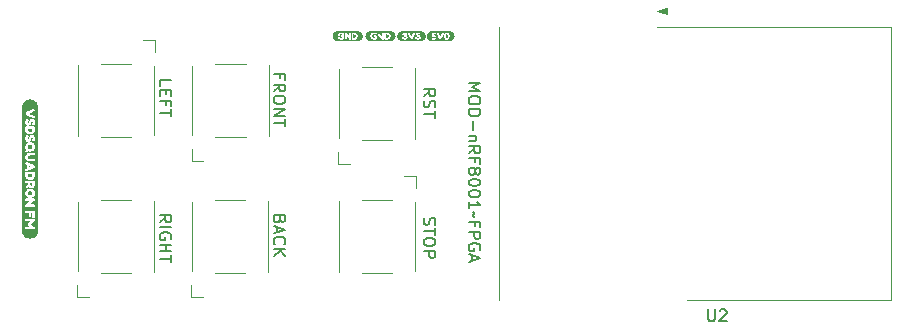
<source format=gbr>
%TF.GenerationSoftware,KiCad,Pcbnew,8.0.5*%
%TF.CreationDate,2025-01-17T14:10:45+05:30*%
%TF.ProjectId,VSD_FM_SHIELD,5653445f-464d-45f5-9348-49454c442e6b,rev?*%
%TF.SameCoordinates,Original*%
%TF.FileFunction,Legend,Top*%
%TF.FilePolarity,Positive*%
%FSLAX46Y46*%
G04 Gerber Fmt 4.6, Leading zero omitted, Abs format (unit mm)*
G04 Created by KiCad (PCBNEW 8.0.5) date 2025-01-17 14:10:45*
%MOMM*%
%LPD*%
G01*
G04 APERTURE LIST*
%ADD10C,0.150000*%
%ADD11C,0.120000*%
%ADD12C,0.000000*%
G04 APERTURE END LIST*
D10*
X126114180Y-89300207D02*
X126590371Y-88966874D01*
X126114180Y-88728779D02*
X127114180Y-88728779D01*
X127114180Y-88728779D02*
X127114180Y-89109731D01*
X127114180Y-89109731D02*
X127066561Y-89204969D01*
X127066561Y-89204969D02*
X127018942Y-89252588D01*
X127018942Y-89252588D02*
X126923704Y-89300207D01*
X126923704Y-89300207D02*
X126780847Y-89300207D01*
X126780847Y-89300207D02*
X126685609Y-89252588D01*
X126685609Y-89252588D02*
X126637990Y-89204969D01*
X126637990Y-89204969D02*
X126590371Y-89109731D01*
X126590371Y-89109731D02*
X126590371Y-88728779D01*
X126161800Y-89681160D02*
X126114180Y-89824017D01*
X126114180Y-89824017D02*
X126114180Y-90062112D01*
X126114180Y-90062112D02*
X126161800Y-90157350D01*
X126161800Y-90157350D02*
X126209419Y-90204969D01*
X126209419Y-90204969D02*
X126304657Y-90252588D01*
X126304657Y-90252588D02*
X126399895Y-90252588D01*
X126399895Y-90252588D02*
X126495133Y-90204969D01*
X126495133Y-90204969D02*
X126542752Y-90157350D01*
X126542752Y-90157350D02*
X126590371Y-90062112D01*
X126590371Y-90062112D02*
X126637990Y-89871636D01*
X126637990Y-89871636D02*
X126685609Y-89776398D01*
X126685609Y-89776398D02*
X126733228Y-89728779D01*
X126733228Y-89728779D02*
X126828466Y-89681160D01*
X126828466Y-89681160D02*
X126923704Y-89681160D01*
X126923704Y-89681160D02*
X127018942Y-89728779D01*
X127018942Y-89728779D02*
X127066561Y-89776398D01*
X127066561Y-89776398D02*
X127114180Y-89871636D01*
X127114180Y-89871636D02*
X127114180Y-90109731D01*
X127114180Y-90109731D02*
X127066561Y-90252588D01*
X127114180Y-90538303D02*
X127114180Y-91109731D01*
X126114180Y-90824017D02*
X127114180Y-90824017D01*
X103762180Y-88442969D02*
X103762180Y-87966779D01*
X103762180Y-87966779D02*
X104762180Y-87966779D01*
X104285990Y-88776303D02*
X104285990Y-89109636D01*
X103762180Y-89252493D02*
X103762180Y-88776303D01*
X103762180Y-88776303D02*
X104762180Y-88776303D01*
X104762180Y-88776303D02*
X104762180Y-89252493D01*
X104285990Y-90014398D02*
X104285990Y-89681065D01*
X103762180Y-89681065D02*
X104762180Y-89681065D01*
X104762180Y-89681065D02*
X104762180Y-90157255D01*
X104762180Y-90395351D02*
X104762180Y-90966779D01*
X103762180Y-90681065D02*
X104762180Y-90681065D01*
X103762180Y-99968207D02*
X104238371Y-99634874D01*
X103762180Y-99396779D02*
X104762180Y-99396779D01*
X104762180Y-99396779D02*
X104762180Y-99777731D01*
X104762180Y-99777731D02*
X104714561Y-99872969D01*
X104714561Y-99872969D02*
X104666942Y-99920588D01*
X104666942Y-99920588D02*
X104571704Y-99968207D01*
X104571704Y-99968207D02*
X104428847Y-99968207D01*
X104428847Y-99968207D02*
X104333609Y-99920588D01*
X104333609Y-99920588D02*
X104285990Y-99872969D01*
X104285990Y-99872969D02*
X104238371Y-99777731D01*
X104238371Y-99777731D02*
X104238371Y-99396779D01*
X103762180Y-100396779D02*
X104762180Y-100396779D01*
X104714561Y-101396778D02*
X104762180Y-101301540D01*
X104762180Y-101301540D02*
X104762180Y-101158683D01*
X104762180Y-101158683D02*
X104714561Y-101015826D01*
X104714561Y-101015826D02*
X104619323Y-100920588D01*
X104619323Y-100920588D02*
X104524085Y-100872969D01*
X104524085Y-100872969D02*
X104333609Y-100825350D01*
X104333609Y-100825350D02*
X104190752Y-100825350D01*
X104190752Y-100825350D02*
X104000276Y-100872969D01*
X104000276Y-100872969D02*
X103905038Y-100920588D01*
X103905038Y-100920588D02*
X103809800Y-101015826D01*
X103809800Y-101015826D02*
X103762180Y-101158683D01*
X103762180Y-101158683D02*
X103762180Y-101253921D01*
X103762180Y-101253921D02*
X103809800Y-101396778D01*
X103809800Y-101396778D02*
X103857419Y-101444397D01*
X103857419Y-101444397D02*
X104190752Y-101444397D01*
X104190752Y-101444397D02*
X104190752Y-101253921D01*
X103762180Y-101872969D02*
X104762180Y-101872969D01*
X104285990Y-101872969D02*
X104285990Y-102444397D01*
X103762180Y-102444397D02*
X104762180Y-102444397D01*
X104762180Y-102777731D02*
X104762180Y-103349159D01*
X103762180Y-103063445D02*
X104762180Y-103063445D01*
X129924180Y-88220779D02*
X130924180Y-88220779D01*
X130924180Y-88220779D02*
X130209895Y-88554112D01*
X130209895Y-88554112D02*
X130924180Y-88887445D01*
X130924180Y-88887445D02*
X129924180Y-88887445D01*
X130924180Y-89554112D02*
X130924180Y-89744588D01*
X130924180Y-89744588D02*
X130876561Y-89839826D01*
X130876561Y-89839826D02*
X130781323Y-89935064D01*
X130781323Y-89935064D02*
X130590847Y-89982683D01*
X130590847Y-89982683D02*
X130257514Y-89982683D01*
X130257514Y-89982683D02*
X130067038Y-89935064D01*
X130067038Y-89935064D02*
X129971800Y-89839826D01*
X129971800Y-89839826D02*
X129924180Y-89744588D01*
X129924180Y-89744588D02*
X129924180Y-89554112D01*
X129924180Y-89554112D02*
X129971800Y-89458874D01*
X129971800Y-89458874D02*
X130067038Y-89363636D01*
X130067038Y-89363636D02*
X130257514Y-89316017D01*
X130257514Y-89316017D02*
X130590847Y-89316017D01*
X130590847Y-89316017D02*
X130781323Y-89363636D01*
X130781323Y-89363636D02*
X130876561Y-89458874D01*
X130876561Y-89458874D02*
X130924180Y-89554112D01*
X129924180Y-90411255D02*
X130924180Y-90411255D01*
X130924180Y-90411255D02*
X130924180Y-90649350D01*
X130924180Y-90649350D02*
X130876561Y-90792207D01*
X130876561Y-90792207D02*
X130781323Y-90887445D01*
X130781323Y-90887445D02*
X130686085Y-90935064D01*
X130686085Y-90935064D02*
X130495609Y-90982683D01*
X130495609Y-90982683D02*
X130352752Y-90982683D01*
X130352752Y-90982683D02*
X130162276Y-90935064D01*
X130162276Y-90935064D02*
X130067038Y-90887445D01*
X130067038Y-90887445D02*
X129971800Y-90792207D01*
X129971800Y-90792207D02*
X129924180Y-90649350D01*
X129924180Y-90649350D02*
X129924180Y-90411255D01*
X130305133Y-91411255D02*
X130305133Y-92173160D01*
X130590847Y-92649350D02*
X129924180Y-92649350D01*
X130495609Y-92649350D02*
X130543228Y-92696969D01*
X130543228Y-92696969D02*
X130590847Y-92792207D01*
X130590847Y-92792207D02*
X130590847Y-92935064D01*
X130590847Y-92935064D02*
X130543228Y-93030302D01*
X130543228Y-93030302D02*
X130447990Y-93077921D01*
X130447990Y-93077921D02*
X129924180Y-93077921D01*
X129924180Y-94125540D02*
X130400371Y-93792207D01*
X129924180Y-93554112D02*
X130924180Y-93554112D01*
X130924180Y-93554112D02*
X130924180Y-93935064D01*
X130924180Y-93935064D02*
X130876561Y-94030302D01*
X130876561Y-94030302D02*
X130828942Y-94077921D01*
X130828942Y-94077921D02*
X130733704Y-94125540D01*
X130733704Y-94125540D02*
X130590847Y-94125540D01*
X130590847Y-94125540D02*
X130495609Y-94077921D01*
X130495609Y-94077921D02*
X130447990Y-94030302D01*
X130447990Y-94030302D02*
X130400371Y-93935064D01*
X130400371Y-93935064D02*
X130400371Y-93554112D01*
X130447990Y-94887445D02*
X130447990Y-94554112D01*
X129924180Y-94554112D02*
X130924180Y-94554112D01*
X130924180Y-94554112D02*
X130924180Y-95030302D01*
X130495609Y-95554112D02*
X130543228Y-95458874D01*
X130543228Y-95458874D02*
X130590847Y-95411255D01*
X130590847Y-95411255D02*
X130686085Y-95363636D01*
X130686085Y-95363636D02*
X130733704Y-95363636D01*
X130733704Y-95363636D02*
X130828942Y-95411255D01*
X130828942Y-95411255D02*
X130876561Y-95458874D01*
X130876561Y-95458874D02*
X130924180Y-95554112D01*
X130924180Y-95554112D02*
X130924180Y-95744588D01*
X130924180Y-95744588D02*
X130876561Y-95839826D01*
X130876561Y-95839826D02*
X130828942Y-95887445D01*
X130828942Y-95887445D02*
X130733704Y-95935064D01*
X130733704Y-95935064D02*
X130686085Y-95935064D01*
X130686085Y-95935064D02*
X130590847Y-95887445D01*
X130590847Y-95887445D02*
X130543228Y-95839826D01*
X130543228Y-95839826D02*
X130495609Y-95744588D01*
X130495609Y-95744588D02*
X130495609Y-95554112D01*
X130495609Y-95554112D02*
X130447990Y-95458874D01*
X130447990Y-95458874D02*
X130400371Y-95411255D01*
X130400371Y-95411255D02*
X130305133Y-95363636D01*
X130305133Y-95363636D02*
X130114657Y-95363636D01*
X130114657Y-95363636D02*
X130019419Y-95411255D01*
X130019419Y-95411255D02*
X129971800Y-95458874D01*
X129971800Y-95458874D02*
X129924180Y-95554112D01*
X129924180Y-95554112D02*
X129924180Y-95744588D01*
X129924180Y-95744588D02*
X129971800Y-95839826D01*
X129971800Y-95839826D02*
X130019419Y-95887445D01*
X130019419Y-95887445D02*
X130114657Y-95935064D01*
X130114657Y-95935064D02*
X130305133Y-95935064D01*
X130305133Y-95935064D02*
X130400371Y-95887445D01*
X130400371Y-95887445D02*
X130447990Y-95839826D01*
X130447990Y-95839826D02*
X130495609Y-95744588D01*
X130924180Y-96554112D02*
X130924180Y-96649350D01*
X130924180Y-96649350D02*
X130876561Y-96744588D01*
X130876561Y-96744588D02*
X130828942Y-96792207D01*
X130828942Y-96792207D02*
X130733704Y-96839826D01*
X130733704Y-96839826D02*
X130543228Y-96887445D01*
X130543228Y-96887445D02*
X130305133Y-96887445D01*
X130305133Y-96887445D02*
X130114657Y-96839826D01*
X130114657Y-96839826D02*
X130019419Y-96792207D01*
X130019419Y-96792207D02*
X129971800Y-96744588D01*
X129971800Y-96744588D02*
X129924180Y-96649350D01*
X129924180Y-96649350D02*
X129924180Y-96554112D01*
X129924180Y-96554112D02*
X129971800Y-96458874D01*
X129971800Y-96458874D02*
X130019419Y-96411255D01*
X130019419Y-96411255D02*
X130114657Y-96363636D01*
X130114657Y-96363636D02*
X130305133Y-96316017D01*
X130305133Y-96316017D02*
X130543228Y-96316017D01*
X130543228Y-96316017D02*
X130733704Y-96363636D01*
X130733704Y-96363636D02*
X130828942Y-96411255D01*
X130828942Y-96411255D02*
X130876561Y-96458874D01*
X130876561Y-96458874D02*
X130924180Y-96554112D01*
X130924180Y-97506493D02*
X130924180Y-97601731D01*
X130924180Y-97601731D02*
X130876561Y-97696969D01*
X130876561Y-97696969D02*
X130828942Y-97744588D01*
X130828942Y-97744588D02*
X130733704Y-97792207D01*
X130733704Y-97792207D02*
X130543228Y-97839826D01*
X130543228Y-97839826D02*
X130305133Y-97839826D01*
X130305133Y-97839826D02*
X130114657Y-97792207D01*
X130114657Y-97792207D02*
X130019419Y-97744588D01*
X130019419Y-97744588D02*
X129971800Y-97696969D01*
X129971800Y-97696969D02*
X129924180Y-97601731D01*
X129924180Y-97601731D02*
X129924180Y-97506493D01*
X129924180Y-97506493D02*
X129971800Y-97411255D01*
X129971800Y-97411255D02*
X130019419Y-97363636D01*
X130019419Y-97363636D02*
X130114657Y-97316017D01*
X130114657Y-97316017D02*
X130305133Y-97268398D01*
X130305133Y-97268398D02*
X130543228Y-97268398D01*
X130543228Y-97268398D02*
X130733704Y-97316017D01*
X130733704Y-97316017D02*
X130828942Y-97363636D01*
X130828942Y-97363636D02*
X130876561Y-97411255D01*
X130876561Y-97411255D02*
X130924180Y-97506493D01*
X129924180Y-98792207D02*
X129924180Y-98220779D01*
X129924180Y-98506493D02*
X130924180Y-98506493D01*
X130924180Y-98506493D02*
X130781323Y-98411255D01*
X130781323Y-98411255D02*
X130686085Y-98316017D01*
X130686085Y-98316017D02*
X130638466Y-98220779D01*
X130305133Y-99077922D02*
X130352752Y-99125541D01*
X130352752Y-99125541D02*
X130400371Y-99220779D01*
X130400371Y-99220779D02*
X130305133Y-99411255D01*
X130305133Y-99411255D02*
X130352752Y-99506493D01*
X130352752Y-99506493D02*
X130400371Y-99554112D01*
X130447990Y-100268398D02*
X130447990Y-99935065D01*
X129924180Y-99935065D02*
X130924180Y-99935065D01*
X130924180Y-99935065D02*
X130924180Y-100411255D01*
X129924180Y-100792208D02*
X130924180Y-100792208D01*
X130924180Y-100792208D02*
X130924180Y-101173160D01*
X130924180Y-101173160D02*
X130876561Y-101268398D01*
X130876561Y-101268398D02*
X130828942Y-101316017D01*
X130828942Y-101316017D02*
X130733704Y-101363636D01*
X130733704Y-101363636D02*
X130590847Y-101363636D01*
X130590847Y-101363636D02*
X130495609Y-101316017D01*
X130495609Y-101316017D02*
X130447990Y-101268398D01*
X130447990Y-101268398D02*
X130400371Y-101173160D01*
X130400371Y-101173160D02*
X130400371Y-100792208D01*
X130876561Y-102316017D02*
X130924180Y-102220779D01*
X130924180Y-102220779D02*
X130924180Y-102077922D01*
X130924180Y-102077922D02*
X130876561Y-101935065D01*
X130876561Y-101935065D02*
X130781323Y-101839827D01*
X130781323Y-101839827D02*
X130686085Y-101792208D01*
X130686085Y-101792208D02*
X130495609Y-101744589D01*
X130495609Y-101744589D02*
X130352752Y-101744589D01*
X130352752Y-101744589D02*
X130162276Y-101792208D01*
X130162276Y-101792208D02*
X130067038Y-101839827D01*
X130067038Y-101839827D02*
X129971800Y-101935065D01*
X129971800Y-101935065D02*
X129924180Y-102077922D01*
X129924180Y-102077922D02*
X129924180Y-102173160D01*
X129924180Y-102173160D02*
X129971800Y-102316017D01*
X129971800Y-102316017D02*
X130019419Y-102363636D01*
X130019419Y-102363636D02*
X130352752Y-102363636D01*
X130352752Y-102363636D02*
X130352752Y-102173160D01*
X130209895Y-102744589D02*
X130209895Y-103220779D01*
X129924180Y-102649351D02*
X130924180Y-102982684D01*
X130924180Y-102982684D02*
X129924180Y-103316017D01*
X113937990Y-99730112D02*
X113890371Y-99872969D01*
X113890371Y-99872969D02*
X113842752Y-99920588D01*
X113842752Y-99920588D02*
X113747514Y-99968207D01*
X113747514Y-99968207D02*
X113604657Y-99968207D01*
X113604657Y-99968207D02*
X113509419Y-99920588D01*
X113509419Y-99920588D02*
X113461800Y-99872969D01*
X113461800Y-99872969D02*
X113414180Y-99777731D01*
X113414180Y-99777731D02*
X113414180Y-99396779D01*
X113414180Y-99396779D02*
X114414180Y-99396779D01*
X114414180Y-99396779D02*
X114414180Y-99730112D01*
X114414180Y-99730112D02*
X114366561Y-99825350D01*
X114366561Y-99825350D02*
X114318942Y-99872969D01*
X114318942Y-99872969D02*
X114223704Y-99920588D01*
X114223704Y-99920588D02*
X114128466Y-99920588D01*
X114128466Y-99920588D02*
X114033228Y-99872969D01*
X114033228Y-99872969D02*
X113985609Y-99825350D01*
X113985609Y-99825350D02*
X113937990Y-99730112D01*
X113937990Y-99730112D02*
X113937990Y-99396779D01*
X113699895Y-100349160D02*
X113699895Y-100825350D01*
X113414180Y-100253922D02*
X114414180Y-100587255D01*
X114414180Y-100587255D02*
X113414180Y-100920588D01*
X113509419Y-101825350D02*
X113461800Y-101777731D01*
X113461800Y-101777731D02*
X113414180Y-101634874D01*
X113414180Y-101634874D02*
X113414180Y-101539636D01*
X113414180Y-101539636D02*
X113461800Y-101396779D01*
X113461800Y-101396779D02*
X113557038Y-101301541D01*
X113557038Y-101301541D02*
X113652276Y-101253922D01*
X113652276Y-101253922D02*
X113842752Y-101206303D01*
X113842752Y-101206303D02*
X113985609Y-101206303D01*
X113985609Y-101206303D02*
X114176085Y-101253922D01*
X114176085Y-101253922D02*
X114271323Y-101301541D01*
X114271323Y-101301541D02*
X114366561Y-101396779D01*
X114366561Y-101396779D02*
X114414180Y-101539636D01*
X114414180Y-101539636D02*
X114414180Y-101634874D01*
X114414180Y-101634874D02*
X114366561Y-101777731D01*
X114366561Y-101777731D02*
X114318942Y-101825350D01*
X113414180Y-102253922D02*
X114414180Y-102253922D01*
X113414180Y-102825350D02*
X113985609Y-102396779D01*
X114414180Y-102825350D02*
X113842752Y-102253922D01*
X113937990Y-87792112D02*
X113937990Y-87458779D01*
X113414180Y-87458779D02*
X114414180Y-87458779D01*
X114414180Y-87458779D02*
X114414180Y-87934969D01*
X113414180Y-88887350D02*
X113890371Y-88554017D01*
X113414180Y-88315922D02*
X114414180Y-88315922D01*
X114414180Y-88315922D02*
X114414180Y-88696874D01*
X114414180Y-88696874D02*
X114366561Y-88792112D01*
X114366561Y-88792112D02*
X114318942Y-88839731D01*
X114318942Y-88839731D02*
X114223704Y-88887350D01*
X114223704Y-88887350D02*
X114080847Y-88887350D01*
X114080847Y-88887350D02*
X113985609Y-88839731D01*
X113985609Y-88839731D02*
X113937990Y-88792112D01*
X113937990Y-88792112D02*
X113890371Y-88696874D01*
X113890371Y-88696874D02*
X113890371Y-88315922D01*
X114414180Y-89506398D02*
X114414180Y-89696874D01*
X114414180Y-89696874D02*
X114366561Y-89792112D01*
X114366561Y-89792112D02*
X114271323Y-89887350D01*
X114271323Y-89887350D02*
X114080847Y-89934969D01*
X114080847Y-89934969D02*
X113747514Y-89934969D01*
X113747514Y-89934969D02*
X113557038Y-89887350D01*
X113557038Y-89887350D02*
X113461800Y-89792112D01*
X113461800Y-89792112D02*
X113414180Y-89696874D01*
X113414180Y-89696874D02*
X113414180Y-89506398D01*
X113414180Y-89506398D02*
X113461800Y-89411160D01*
X113461800Y-89411160D02*
X113557038Y-89315922D01*
X113557038Y-89315922D02*
X113747514Y-89268303D01*
X113747514Y-89268303D02*
X114080847Y-89268303D01*
X114080847Y-89268303D02*
X114271323Y-89315922D01*
X114271323Y-89315922D02*
X114366561Y-89411160D01*
X114366561Y-89411160D02*
X114414180Y-89506398D01*
X113414180Y-90363541D02*
X114414180Y-90363541D01*
X114414180Y-90363541D02*
X113414180Y-90934969D01*
X113414180Y-90934969D02*
X114414180Y-90934969D01*
X114414180Y-91268303D02*
X114414180Y-91839731D01*
X113414180Y-91554017D02*
X114414180Y-91554017D01*
X126161800Y-99603160D02*
X126114180Y-99746017D01*
X126114180Y-99746017D02*
X126114180Y-99984112D01*
X126114180Y-99984112D02*
X126161800Y-100079350D01*
X126161800Y-100079350D02*
X126209419Y-100126969D01*
X126209419Y-100126969D02*
X126304657Y-100174588D01*
X126304657Y-100174588D02*
X126399895Y-100174588D01*
X126399895Y-100174588D02*
X126495133Y-100126969D01*
X126495133Y-100126969D02*
X126542752Y-100079350D01*
X126542752Y-100079350D02*
X126590371Y-99984112D01*
X126590371Y-99984112D02*
X126637990Y-99793636D01*
X126637990Y-99793636D02*
X126685609Y-99698398D01*
X126685609Y-99698398D02*
X126733228Y-99650779D01*
X126733228Y-99650779D02*
X126828466Y-99603160D01*
X126828466Y-99603160D02*
X126923704Y-99603160D01*
X126923704Y-99603160D02*
X127018942Y-99650779D01*
X127018942Y-99650779D02*
X127066561Y-99698398D01*
X127066561Y-99698398D02*
X127114180Y-99793636D01*
X127114180Y-99793636D02*
X127114180Y-100031731D01*
X127114180Y-100031731D02*
X127066561Y-100174588D01*
X127114180Y-100460303D02*
X127114180Y-101031731D01*
X126114180Y-100746017D02*
X127114180Y-100746017D01*
X127114180Y-101555541D02*
X127114180Y-101746017D01*
X127114180Y-101746017D02*
X127066561Y-101841255D01*
X127066561Y-101841255D02*
X126971323Y-101936493D01*
X126971323Y-101936493D02*
X126780847Y-101984112D01*
X126780847Y-101984112D02*
X126447514Y-101984112D01*
X126447514Y-101984112D02*
X126257038Y-101936493D01*
X126257038Y-101936493D02*
X126161800Y-101841255D01*
X126161800Y-101841255D02*
X126114180Y-101746017D01*
X126114180Y-101746017D02*
X126114180Y-101555541D01*
X126114180Y-101555541D02*
X126161800Y-101460303D01*
X126161800Y-101460303D02*
X126257038Y-101365065D01*
X126257038Y-101365065D02*
X126447514Y-101317446D01*
X126447514Y-101317446D02*
X126780847Y-101317446D01*
X126780847Y-101317446D02*
X126971323Y-101365065D01*
X126971323Y-101365065D02*
X127066561Y-101460303D01*
X127066561Y-101460303D02*
X127114180Y-101555541D01*
X126114180Y-102412684D02*
X127114180Y-102412684D01*
X127114180Y-102412684D02*
X127114180Y-102793636D01*
X127114180Y-102793636D02*
X127066561Y-102888874D01*
X127066561Y-102888874D02*
X127018942Y-102936493D01*
X127018942Y-102936493D02*
X126923704Y-102984112D01*
X126923704Y-102984112D02*
X126780847Y-102984112D01*
X126780847Y-102984112D02*
X126685609Y-102936493D01*
X126685609Y-102936493D02*
X126637990Y-102888874D01*
X126637990Y-102888874D02*
X126590371Y-102793636D01*
X126590371Y-102793636D02*
X126590371Y-102412684D01*
X150196095Y-107350819D02*
X150196095Y-108160342D01*
X150196095Y-108160342D02*
X150243714Y-108255580D01*
X150243714Y-108255580D02*
X150291333Y-108303200D01*
X150291333Y-108303200D02*
X150386571Y-108350819D01*
X150386571Y-108350819D02*
X150577047Y-108350819D01*
X150577047Y-108350819D02*
X150672285Y-108303200D01*
X150672285Y-108303200D02*
X150719904Y-108255580D01*
X150719904Y-108255580D02*
X150767523Y-108160342D01*
X150767523Y-108160342D02*
X150767523Y-107350819D01*
X151196095Y-107446057D02*
X151243714Y-107398438D01*
X151243714Y-107398438D02*
X151338952Y-107350819D01*
X151338952Y-107350819D02*
X151577047Y-107350819D01*
X151577047Y-107350819D02*
X151672285Y-107398438D01*
X151672285Y-107398438D02*
X151719904Y-107446057D01*
X151719904Y-107446057D02*
X151767523Y-107541295D01*
X151767523Y-107541295D02*
X151767523Y-107636533D01*
X151767523Y-107636533D02*
X151719904Y-107779390D01*
X151719904Y-107779390D02*
X151148476Y-108350819D01*
X151148476Y-108350819D02*
X151767523Y-108350819D01*
D11*
%TO.C,SW6*%
X106464000Y-94762000D02*
X106464000Y-93762000D01*
X106514000Y-86762000D02*
X106514000Y-92562000D01*
X107464000Y-94762000D02*
X106464000Y-94762000D01*
X108464000Y-86562000D02*
X111064000Y-86562000D01*
X108464000Y-92762000D02*
X111064000Y-92762000D01*
X113014000Y-86662000D02*
X113014000Y-92662000D01*
%TO.C,SW5*%
X118874000Y-95016000D02*
X118874000Y-94016000D01*
X118924000Y-87016000D02*
X118924000Y-92816000D01*
X119874000Y-95016000D02*
X118874000Y-95016000D01*
X120874000Y-86816000D02*
X123474000Y-86816000D01*
X120874000Y-93016000D02*
X123474000Y-93016000D01*
X125424000Y-86916000D02*
X125424000Y-92916000D01*
%TO.C,SW4*%
X96776000Y-106256000D02*
X96776000Y-105256000D01*
X96826000Y-98256000D02*
X96826000Y-104056000D01*
X97776000Y-106256000D02*
X96776000Y-106256000D01*
X98776000Y-98056000D02*
X101376000Y-98056000D01*
X98776000Y-104256000D02*
X101376000Y-104256000D01*
X103326000Y-98156000D02*
X103326000Y-104156000D01*
%TO.C,SW1*%
X106428000Y-106256000D02*
X106428000Y-105256000D01*
X106478000Y-98256000D02*
X106478000Y-104056000D01*
X107428000Y-106256000D02*
X106428000Y-106256000D01*
X108428000Y-98056000D02*
X111028000Y-98056000D01*
X108428000Y-104256000D02*
X111028000Y-104256000D01*
X112978000Y-98156000D02*
X112978000Y-104156000D01*
%TO.C,U2*%
X132464000Y-106546000D02*
X132464000Y-83446000D01*
X145838000Y-83446000D02*
X165724000Y-83446000D01*
X165724000Y-83446000D02*
X165724000Y-106546000D01*
X165724000Y-106546000D02*
X148378000Y-106546000D01*
X146748000Y-82341000D02*
X145838000Y-82106000D01*
X146748000Y-81871000D01*
X146748000Y-82341000D01*
G36*
X146748000Y-82341000D02*
G01*
X145838000Y-82106000D01*
X146748000Y-81871000D01*
X146748000Y-82341000D01*
G37*
%TO.C,SW3*%
X96826000Y-92662000D02*
X96826000Y-86662000D01*
X101376000Y-86562000D02*
X98776000Y-86562000D01*
X101376000Y-92762000D02*
X98776000Y-92762000D01*
X102376000Y-84562000D02*
X103376000Y-84562000D01*
X103326000Y-92562000D02*
X103326000Y-86762000D01*
X103376000Y-84562000D02*
X103376000Y-85562000D01*
%TO.C,SW2*%
X118924000Y-104156000D02*
X118924000Y-98156000D01*
X123474000Y-98056000D02*
X120874000Y-98056000D01*
X123474000Y-104256000D02*
X120874000Y-104256000D01*
X124474000Y-96056000D02*
X125474000Y-96056000D01*
X125424000Y-104056000D02*
X125424000Y-98256000D01*
X125474000Y-96056000D02*
X125474000Y-97056000D01*
D12*
%TO.C,U1*%
G36*
X92850523Y-95244114D02*
G01*
X92739507Y-95297905D01*
X92739507Y-95190323D01*
X92850523Y-95244114D01*
G37*
G36*
X92986718Y-96774300D02*
G01*
X92962683Y-96833241D01*
X92903170Y-96857848D01*
X92840223Y-96831524D01*
X92819622Y-96776589D01*
X92819622Y-96650695D01*
X92986718Y-96650695D01*
X92986718Y-96774300D01*
G37*
G36*
X92986718Y-92133384D02*
G01*
X92972698Y-92206632D01*
X92930638Y-92268434D01*
X92868835Y-92310494D01*
X92795587Y-92324514D01*
X92722483Y-92310494D01*
X92661110Y-92268434D01*
X92619479Y-92206918D01*
X92605602Y-92134529D01*
X92605602Y-92041825D01*
X92986718Y-92041825D01*
X92986718Y-92133384D01*
G37*
G36*
X92986718Y-95984600D02*
G01*
X92972698Y-96057848D01*
X92930638Y-96119650D01*
X92868835Y-96161710D01*
X92795587Y-96175730D01*
X92722483Y-96161710D01*
X92661110Y-96119650D01*
X92619479Y-96058134D01*
X92605602Y-95985745D01*
X92605602Y-95893041D01*
X92986718Y-95893041D01*
X92986718Y-95984600D01*
G37*
G36*
X120292481Y-84076790D02*
G01*
X120338833Y-84108335D01*
X120370378Y-84154687D01*
X120380893Y-84209622D01*
X120370378Y-84264451D01*
X120338833Y-84310481D01*
X120292695Y-84341704D01*
X120238403Y-84352112D01*
X120168875Y-84352112D01*
X120168875Y-84066275D01*
X120237545Y-84066275D01*
X120292481Y-84076790D01*
G37*
G36*
X123076601Y-84076790D02*
G01*
X123122953Y-84108335D01*
X123154498Y-84154687D01*
X123165013Y-84209622D01*
X123154498Y-84264451D01*
X123122953Y-84310481D01*
X123076815Y-84341704D01*
X123022523Y-84352112D01*
X122952995Y-84352112D01*
X122952995Y-84066275D01*
X123021665Y-84066275D01*
X123076601Y-84076790D01*
G37*
G36*
X92871553Y-93409493D02*
G01*
X92936932Y-93450695D01*
X92981138Y-93511353D01*
X92995874Y-93583456D01*
X92981138Y-93654700D01*
X92936932Y-93715072D01*
X92871553Y-93756274D01*
X92793299Y-93770008D01*
X92714472Y-93756417D01*
X92649665Y-93715644D01*
X92606317Y-93655129D01*
X92591868Y-93582311D01*
X92606603Y-93511067D01*
X92650809Y-93450695D01*
X92715902Y-93409493D01*
X92793299Y-93395759D01*
X92871553Y-93409493D01*
G37*
G36*
X92871553Y-97331667D02*
G01*
X92936932Y-97372869D01*
X92981138Y-97433527D01*
X92995874Y-97505630D01*
X92981138Y-97576875D01*
X92936932Y-97637247D01*
X92871553Y-97678448D01*
X92793299Y-97692182D01*
X92714472Y-97678592D01*
X92649665Y-97637819D01*
X92606317Y-97577304D01*
X92591868Y-97504486D01*
X92606746Y-97433956D01*
X92651381Y-97373441D01*
X92716618Y-97331810D01*
X92793299Y-97317933D01*
X92871553Y-97331667D01*
G37*
G36*
X128113887Y-84064450D02*
G01*
X128136687Y-84093098D01*
X128150367Y-84140845D01*
X128154928Y-84207691D01*
X128154928Y-84211982D01*
X128154498Y-84246317D01*
X128149777Y-84284085D01*
X128138619Y-84322712D01*
X128116730Y-84348892D01*
X128081108Y-84360480D01*
X128049187Y-84350985D01*
X128026387Y-84322497D01*
X128012707Y-84275019D01*
X128008146Y-84208549D01*
X128012760Y-84141328D01*
X128026601Y-84093313D01*
X128049670Y-84064504D01*
X128081966Y-84054901D01*
X128113887Y-84064450D01*
G37*
G36*
X128353181Y-83789109D02*
G01*
X128393885Y-83795147D01*
X128433801Y-83805145D01*
X128472545Y-83819008D01*
X128509744Y-83836602D01*
X128545039Y-83857757D01*
X128578090Y-83882269D01*
X128608580Y-83909904D01*
X128636214Y-83940393D01*
X128660727Y-83973445D01*
X128681882Y-84008740D01*
X128699476Y-84045939D01*
X128713338Y-84084683D01*
X128723337Y-84124599D01*
X128729375Y-84165303D01*
X128731394Y-84206403D01*
X128729375Y-84247503D01*
X128723337Y-84288207D01*
X128713338Y-84328123D01*
X128699476Y-84366867D01*
X128681882Y-84404066D01*
X128660727Y-84439361D01*
X128636214Y-84472413D01*
X128608580Y-84502902D01*
X128578090Y-84530537D01*
X128545039Y-84555049D01*
X128509744Y-84576204D01*
X128472545Y-84593798D01*
X128433801Y-84607661D01*
X128393885Y-84617659D01*
X128353181Y-84623697D01*
X128312081Y-84625716D01*
X128312009Y-84625716D01*
X128084541Y-84625716D01*
X127528318Y-84625716D01*
X126993554Y-84625716D01*
X126795271Y-84625716D01*
X126795199Y-84625716D01*
X126754099Y-84623697D01*
X126713395Y-84617659D01*
X126673479Y-84607661D01*
X126634735Y-84593798D01*
X126597536Y-84576204D01*
X126562241Y-84555049D01*
X126529190Y-84530537D01*
X126498700Y-84502902D01*
X126471066Y-84472413D01*
X126446553Y-84439361D01*
X126426542Y-84405974D01*
X126795271Y-84405974D01*
X126827889Y-84458334D01*
X126845915Y-84473785D01*
X126904284Y-84503399D01*
X126947202Y-84514665D01*
X126993554Y-84518420D01*
X127049348Y-84511601D01*
X127098847Y-84491143D01*
X127142052Y-84457047D01*
X127175433Y-84412936D01*
X127195462Y-84362435D01*
X127202138Y-84305545D01*
X127195271Y-84254472D01*
X127174670Y-84207691D01*
X127140335Y-84165201D01*
X127096940Y-84131582D01*
X127049157Y-84111410D01*
X126996988Y-84104686D01*
X126992696Y-84104686D01*
X126978104Y-84106403D01*
X126984112Y-84060909D01*
X127116301Y-84060909D01*
X127143769Y-84059622D01*
X127166086Y-84051897D01*
X127184541Y-84029150D01*
X127190121Y-83986231D01*
X127186317Y-83956618D01*
X127239048Y-83956618D01*
X127247631Y-84016274D01*
X127451065Y-84463485D01*
X127480249Y-84495673D01*
X127528318Y-84506403D01*
X127572524Y-84494815D01*
X127602138Y-84463485D01*
X127718497Y-84207691D01*
X127851065Y-84207691D01*
X127854498Y-84270351D01*
X127866516Y-84338592D01*
X127877352Y-84374214D01*
X127892696Y-84406403D01*
X127934756Y-84463055D01*
X127962760Y-84486339D01*
X127997846Y-84503828D01*
X128038833Y-84514772D01*
X128084541Y-84518420D01*
X128136258Y-84513055D01*
X128181537Y-84496961D01*
X128219091Y-84472712D01*
X128247631Y-84442884D01*
X128269413Y-84407583D01*
X128286687Y-84366918D01*
X128299241Y-84324858D01*
X128306859Y-84285373D01*
X128310722Y-84247068D01*
X128312009Y-84208549D01*
X128310829Y-84170995D01*
X128307288Y-84133871D01*
X128299992Y-84095137D01*
X128287546Y-84052755D01*
X128270271Y-84011339D01*
X128248490Y-83975502D01*
X128219734Y-83945137D01*
X128181537Y-83920137D01*
X128135400Y-83903399D01*
X128082825Y-83897819D01*
X128028747Y-83903506D01*
X127981537Y-83920566D01*
X127942696Y-83945995D01*
X127913726Y-83976789D01*
X127891945Y-84013055D01*
X127874670Y-84054901D01*
X127862331Y-84097390D01*
X127855357Y-84135588D01*
X127852138Y-84171639D01*
X127851065Y-84207691D01*
X127718497Y-84207691D01*
X127805571Y-84016274D01*
X127815443Y-83957047D01*
X127766086Y-83915845D01*
X127702567Y-83903399D01*
X127662224Y-83951897D01*
X127526601Y-84285802D01*
X127390979Y-83951897D01*
X127351494Y-83902970D01*
X127287116Y-83915845D01*
X127239048Y-83956618D01*
X127186317Y-83956618D01*
X127184112Y-83939450D01*
X127164799Y-83915416D01*
X127141623Y-83907261D01*
X127112009Y-83905545D01*
X126915443Y-83904686D01*
X126874670Y-83912412D01*
X126850636Y-83935158D01*
X126840764Y-83958764D01*
X126836473Y-83982798D01*
X126804713Y-84226575D01*
X126815443Y-84251467D01*
X126853640Y-84277218D01*
X126909434Y-84294386D01*
X126957503Y-84273785D01*
X126990979Y-84261768D01*
X127028747Y-84275931D01*
X127044198Y-84311553D01*
X127029606Y-84347605D01*
X126988404Y-84360480D01*
X126938619Y-84346746D01*
X126880249Y-84318420D01*
X126827031Y-84347605D01*
X126795271Y-84405974D01*
X126426542Y-84405974D01*
X126425398Y-84404066D01*
X126407804Y-84366867D01*
X126393942Y-84328123D01*
X126383943Y-84288207D01*
X126377905Y-84247503D01*
X126375886Y-84206403D01*
X126377905Y-84165303D01*
X126383943Y-84124599D01*
X126393942Y-84084683D01*
X126407804Y-84045939D01*
X126425398Y-84008740D01*
X126446553Y-83973445D01*
X126471066Y-83940393D01*
X126498700Y-83909904D01*
X126529190Y-83882269D01*
X126562241Y-83857757D01*
X126597536Y-83836602D01*
X126634735Y-83819008D01*
X126673479Y-83805145D01*
X126713395Y-83795147D01*
X126754099Y-83789109D01*
X126795199Y-83787090D01*
X126795271Y-83787090D01*
X128312009Y-83787090D01*
X128312081Y-83787090D01*
X128353181Y-83789109D01*
G37*
G36*
X120578935Y-83793605D02*
G01*
X120619431Y-83799612D01*
X120659143Y-83809560D01*
X120697689Y-83823352D01*
X120734697Y-83840855D01*
X120769811Y-83861902D01*
X120802694Y-83886289D01*
X120833028Y-83913782D01*
X120860520Y-83944116D01*
X120884908Y-83976998D01*
X120905954Y-84012113D01*
X120923458Y-84049121D01*
X120937250Y-84087667D01*
X120947197Y-84127379D01*
X120953204Y-84167874D01*
X120955213Y-84208764D01*
X120953204Y-84249654D01*
X120947197Y-84290149D01*
X120937250Y-84329861D01*
X120923458Y-84368407D01*
X120905954Y-84405415D01*
X120884908Y-84440530D01*
X120860520Y-84473412D01*
X120833028Y-84503746D01*
X120802694Y-84531239D01*
X120769811Y-84555626D01*
X120734697Y-84576673D01*
X120697689Y-84594176D01*
X120659143Y-84607968D01*
X120619431Y-84617916D01*
X120578935Y-84623923D01*
X120538046Y-84625931D01*
X120537974Y-84625931D01*
X120089906Y-84625931D01*
X119513940Y-84625931D01*
X119127674Y-84625931D01*
X118825528Y-84625931D01*
X118825456Y-84625931D01*
X118784567Y-84623923D01*
X118744071Y-84617916D01*
X118704359Y-84607968D01*
X118665813Y-84594176D01*
X118628805Y-84576673D01*
X118593691Y-84555626D01*
X118560808Y-84531239D01*
X118530474Y-84503746D01*
X118502982Y-84473412D01*
X118478594Y-84440530D01*
X118457548Y-84405415D01*
X118440044Y-84368407D01*
X118426252Y-84329861D01*
X118416305Y-84290149D01*
X118410298Y-84249654D01*
X118408289Y-84208764D01*
X118408669Y-84201039D01*
X118825528Y-84201039D01*
X118831107Y-84263968D01*
X118847845Y-84322283D01*
X118875742Y-84375985D01*
X118914798Y-84425073D01*
X118961579Y-84466006D01*
X119012652Y-84495245D01*
X119068017Y-84512788D01*
X119127674Y-84518635D01*
X119193482Y-84514916D01*
X119250134Y-84503757D01*
X119297631Y-84485159D01*
X119329176Y-84465309D01*
X119353425Y-84441811D01*
X119374026Y-84392455D01*
X119374026Y-84216489D01*
X119373596Y-84195030D01*
X119369734Y-84176146D01*
X119359433Y-84158979D01*
X119339262Y-84147820D01*
X119306215Y-84141811D01*
X119156000Y-84141811D01*
X119132824Y-84143099D01*
X119113940Y-84149966D01*
X119098060Y-84170137D01*
X119093339Y-84207906D01*
X119097631Y-84246532D01*
X119112223Y-84266704D01*
X119130249Y-84273571D01*
X119153425Y-84274858D01*
X119216944Y-84274858D01*
X119216944Y-84348678D01*
X119180463Y-84357047D01*
X119131107Y-84359837D01*
X119075528Y-84348034D01*
X119027245Y-84312627D01*
X118993768Y-84261554D01*
X118982609Y-84202755D01*
X118993339Y-84145781D01*
X119025528Y-84098464D01*
X119072953Y-84066597D01*
X119129390Y-84055974D01*
X119182395Y-84061983D01*
X119226386Y-84080009D01*
X119272738Y-84099751D01*
X119304498Y-84088378D01*
X119336257Y-84054258D01*
X119356000Y-84006189D01*
X119349251Y-83985588D01*
X119436687Y-83985588D01*
X119436687Y-84431082D01*
X119438403Y-84461125D01*
X119446558Y-84484730D01*
X119469734Y-84504043D01*
X119513940Y-84510052D01*
X119559433Y-84504043D01*
X119583468Y-84484730D01*
X119591622Y-84461554D01*
X119592910Y-84431940D01*
X119592910Y-84193313D01*
X119815227Y-84486876D01*
X119840549Y-84505331D01*
X119884755Y-84510052D01*
X119930249Y-84504043D01*
X119954283Y-84484730D01*
X119962438Y-84461554D01*
X119963725Y-84431940D01*
X119963725Y-83989022D01*
X119963613Y-83986446D01*
X120011794Y-83986446D01*
X120011794Y-84430223D01*
X120013940Y-84460695D01*
X120022953Y-84484730D01*
X120046558Y-84503185D01*
X120089906Y-84509193D01*
X120235828Y-84509193D01*
X120296182Y-84503641D01*
X120351923Y-84486983D01*
X120403049Y-84459220D01*
X120449562Y-84420352D01*
X120488242Y-84373651D01*
X120515871Y-84322391D01*
X120532448Y-84266570D01*
X120537974Y-84206189D01*
X120532448Y-84147391D01*
X120515871Y-84092884D01*
X120488242Y-84042670D01*
X120449562Y-83996747D01*
X120403210Y-83958442D01*
X120352566Y-83931082D01*
X120297631Y-83914665D01*
X120238403Y-83909193D01*
X120090764Y-83909193D01*
X120045270Y-83914773D01*
X120021236Y-83934086D01*
X120013081Y-83957691D01*
X120011794Y-83986446D01*
X119963613Y-83986446D01*
X119962438Y-83959408D01*
X119954283Y-83935803D01*
X119930249Y-83916060D01*
X119885614Y-83910052D01*
X119840978Y-83916060D01*
X119816944Y-83934515D01*
X119808360Y-83957262D01*
X119806644Y-83985588D01*
X119806644Y-84231940D01*
X119592051Y-83943528D01*
X119576601Y-83925931D01*
X119554712Y-83915202D01*
X119515657Y-83910052D01*
X119470592Y-83915631D01*
X119446987Y-83934086D01*
X119438403Y-83956833D01*
X119436687Y-83985588D01*
X119349251Y-83985588D01*
X119347845Y-83981296D01*
X119331966Y-83963270D01*
X119307931Y-83946103D01*
X119271129Y-83926253D01*
X119225957Y-83911339D01*
X119178210Y-83902004D01*
X119133682Y-83898893D01*
X119072443Y-83904445D01*
X119015764Y-83921103D01*
X118963645Y-83948866D01*
X118916086Y-83987734D01*
X118876467Y-84034381D01*
X118848167Y-84085481D01*
X118831188Y-84141033D01*
X118825528Y-84201039D01*
X118408669Y-84201039D01*
X118410298Y-84167874D01*
X118416305Y-84127379D01*
X118426252Y-84087667D01*
X118440044Y-84049121D01*
X118457548Y-84012113D01*
X118478594Y-83976998D01*
X118502982Y-83944116D01*
X118530474Y-83913782D01*
X118560808Y-83886289D01*
X118593691Y-83861902D01*
X118628805Y-83840855D01*
X118665813Y-83823352D01*
X118704359Y-83809560D01*
X118744071Y-83799612D01*
X118784567Y-83793605D01*
X118825456Y-83791597D01*
X118825528Y-83791597D01*
X120537974Y-83791597D01*
X120538046Y-83791597D01*
X120578935Y-83793605D01*
G37*
G36*
X123363055Y-83793605D02*
G01*
X123403551Y-83799612D01*
X123443263Y-83809560D01*
X123481809Y-83823352D01*
X123518817Y-83840855D01*
X123553931Y-83861902D01*
X123586814Y-83886289D01*
X123617148Y-83913782D01*
X123644640Y-83944116D01*
X123669028Y-83976998D01*
X123690074Y-84012113D01*
X123707578Y-84049121D01*
X123721370Y-84087667D01*
X123731317Y-84127379D01*
X123737324Y-84167874D01*
X123739333Y-84208764D01*
X123737324Y-84249654D01*
X123731317Y-84290149D01*
X123721370Y-84329861D01*
X123707578Y-84368407D01*
X123690074Y-84405415D01*
X123669028Y-84440530D01*
X123644640Y-84473412D01*
X123617148Y-84503746D01*
X123586814Y-84531239D01*
X123553931Y-84555626D01*
X123518817Y-84576673D01*
X123481809Y-84594176D01*
X123443263Y-84607968D01*
X123403551Y-84617916D01*
X123363055Y-84623923D01*
X123322166Y-84625931D01*
X123322094Y-84625931D01*
X122874026Y-84625931D01*
X122298060Y-84625931D01*
X121911794Y-84625931D01*
X121609648Y-84625931D01*
X121609576Y-84625931D01*
X121568687Y-84623923D01*
X121528191Y-84617916D01*
X121488479Y-84607968D01*
X121449933Y-84594176D01*
X121412925Y-84576673D01*
X121377811Y-84555626D01*
X121344928Y-84531239D01*
X121314594Y-84503746D01*
X121287102Y-84473412D01*
X121262714Y-84440530D01*
X121241668Y-84405415D01*
X121224164Y-84368407D01*
X121210372Y-84329861D01*
X121200425Y-84290149D01*
X121194418Y-84249654D01*
X121192409Y-84208764D01*
X121192789Y-84201039D01*
X121609648Y-84201039D01*
X121615227Y-84263968D01*
X121631965Y-84322283D01*
X121659862Y-84375985D01*
X121698918Y-84425073D01*
X121745699Y-84466006D01*
X121796772Y-84495245D01*
X121852137Y-84512788D01*
X121911794Y-84518635D01*
X121977602Y-84514916D01*
X122034254Y-84503757D01*
X122081751Y-84485159D01*
X122113296Y-84465309D01*
X122137545Y-84441811D01*
X122158146Y-84392455D01*
X122158146Y-84216489D01*
X122157716Y-84195030D01*
X122153854Y-84176146D01*
X122143553Y-84158979D01*
X122123382Y-84147820D01*
X122090335Y-84141811D01*
X121940120Y-84141811D01*
X121916944Y-84143099D01*
X121898060Y-84149966D01*
X121882180Y-84170137D01*
X121877459Y-84207906D01*
X121881751Y-84246532D01*
X121896343Y-84266704D01*
X121914369Y-84273571D01*
X121937545Y-84274858D01*
X122001064Y-84274858D01*
X122001064Y-84348678D01*
X121964583Y-84357047D01*
X121915227Y-84359837D01*
X121859648Y-84348034D01*
X121811365Y-84312627D01*
X121777888Y-84261554D01*
X121766729Y-84202755D01*
X121777459Y-84145781D01*
X121809648Y-84098464D01*
X121857073Y-84066597D01*
X121913510Y-84055974D01*
X121966515Y-84061983D01*
X122010506Y-84080009D01*
X122056858Y-84099751D01*
X122088618Y-84088378D01*
X122120377Y-84054258D01*
X122140120Y-84006189D01*
X122133371Y-83985588D01*
X122220807Y-83985588D01*
X122220807Y-84431082D01*
X122222523Y-84461125D01*
X122230678Y-84484730D01*
X122253854Y-84504043D01*
X122298060Y-84510052D01*
X122343553Y-84504043D01*
X122367588Y-84484730D01*
X122375742Y-84461554D01*
X122377030Y-84431940D01*
X122377030Y-84193313D01*
X122599347Y-84486876D01*
X122624669Y-84505331D01*
X122668875Y-84510052D01*
X122714369Y-84504043D01*
X122738403Y-84484730D01*
X122746558Y-84461554D01*
X122747845Y-84431940D01*
X122747845Y-83989022D01*
X122747733Y-83986446D01*
X122795914Y-83986446D01*
X122795914Y-84430223D01*
X122798060Y-84460695D01*
X122807073Y-84484730D01*
X122830678Y-84503185D01*
X122874026Y-84509193D01*
X123019948Y-84509193D01*
X123080302Y-84503641D01*
X123136043Y-84486983D01*
X123187169Y-84459220D01*
X123233682Y-84420352D01*
X123272362Y-84373651D01*
X123299991Y-84322391D01*
X123316568Y-84266570D01*
X123322094Y-84206189D01*
X123316568Y-84147391D01*
X123299991Y-84092884D01*
X123272362Y-84042670D01*
X123233682Y-83996747D01*
X123187330Y-83958442D01*
X123136686Y-83931082D01*
X123081751Y-83914665D01*
X123022523Y-83909193D01*
X122874884Y-83909193D01*
X122829390Y-83914773D01*
X122805356Y-83934086D01*
X122797201Y-83957691D01*
X122795914Y-83986446D01*
X122747733Y-83986446D01*
X122746558Y-83959408D01*
X122738403Y-83935803D01*
X122714369Y-83916060D01*
X122669734Y-83910052D01*
X122625098Y-83916060D01*
X122601064Y-83934515D01*
X122592480Y-83957262D01*
X122590764Y-83985588D01*
X122590764Y-84231940D01*
X122376171Y-83943528D01*
X122360721Y-83925931D01*
X122338832Y-83915202D01*
X122299777Y-83910052D01*
X122254712Y-83915631D01*
X122231107Y-83934086D01*
X122222523Y-83956833D01*
X122220807Y-83985588D01*
X122133371Y-83985588D01*
X122131965Y-83981296D01*
X122116086Y-83963270D01*
X122092051Y-83946103D01*
X122055249Y-83926253D01*
X122010077Y-83911339D01*
X121962330Y-83902004D01*
X121917802Y-83898893D01*
X121856563Y-83904445D01*
X121799884Y-83921103D01*
X121747765Y-83948866D01*
X121700206Y-83987734D01*
X121660587Y-84034381D01*
X121632287Y-84085481D01*
X121615308Y-84141033D01*
X121609648Y-84201039D01*
X121192789Y-84201039D01*
X121194418Y-84167874D01*
X121200425Y-84127379D01*
X121210372Y-84087667D01*
X121224164Y-84049121D01*
X121241668Y-84012113D01*
X121262714Y-83976998D01*
X121287102Y-83944116D01*
X121314594Y-83913782D01*
X121344928Y-83886289D01*
X121377811Y-83861902D01*
X121412925Y-83840855D01*
X121449933Y-83823352D01*
X121488479Y-83809560D01*
X121528191Y-83799612D01*
X121568687Y-83793605D01*
X121609576Y-83791597D01*
X121609648Y-83791597D01*
X123322094Y-83791597D01*
X123322166Y-83791597D01*
X123363055Y-83793605D01*
G37*
G36*
X125906786Y-83791897D02*
G01*
X125947448Y-83797929D01*
X125987324Y-83807917D01*
X126026028Y-83821766D01*
X126063189Y-83839341D01*
X126098448Y-83860475D01*
X126131466Y-83884962D01*
X126161924Y-83912568D01*
X126189530Y-83943027D01*
X126214018Y-83976044D01*
X126235151Y-84011303D01*
X126252727Y-84048464D01*
X126266575Y-84087168D01*
X126276564Y-84127044D01*
X126282595Y-84167706D01*
X126284612Y-84208764D01*
X126282595Y-84249822D01*
X126276564Y-84290484D01*
X126266575Y-84330360D01*
X126252727Y-84369064D01*
X126235151Y-84406225D01*
X126214018Y-84441484D01*
X126189530Y-84474501D01*
X126161924Y-84504960D01*
X126131466Y-84532566D01*
X126098448Y-84557053D01*
X126063189Y-84578187D01*
X126026028Y-84595762D01*
X125987324Y-84609611D01*
X125947448Y-84619599D01*
X125906786Y-84625631D01*
X125865728Y-84627648D01*
X125865657Y-84627648D01*
X125633897Y-84627648D01*
X125081966Y-84627648D01*
X124524026Y-84627648D01*
X124294841Y-84627648D01*
X124294770Y-84627648D01*
X124253712Y-84625631D01*
X124213050Y-84619599D01*
X124173174Y-84609611D01*
X124134470Y-84595762D01*
X124097309Y-84578187D01*
X124062050Y-84557053D01*
X124029032Y-84532566D01*
X123998574Y-84504960D01*
X123970968Y-84474501D01*
X123946480Y-84441484D01*
X123925347Y-84406225D01*
X123907771Y-84369064D01*
X123893923Y-84330360D01*
X123893351Y-84328077D01*
X124294841Y-84328077D01*
X124302471Y-84376957D01*
X124325361Y-84421735D01*
X124363511Y-84462412D01*
X124411866Y-84494601D01*
X124465371Y-84513914D01*
X124524026Y-84520352D01*
X124587116Y-84513914D01*
X124642481Y-84494601D01*
X124690120Y-84462412D01*
X124726601Y-84420400D01*
X124748489Y-84371616D01*
X124755785Y-84316060D01*
X124749991Y-84274858D01*
X124732610Y-84240524D01*
X124684541Y-84194172D01*
X124728961Y-84151468D01*
X124743768Y-84088592D01*
X124737140Y-84042527D01*
X124717254Y-83999322D01*
X124684464Y-83959408D01*
X124792695Y-83959408D01*
X124801279Y-84019064D01*
X125004713Y-84466275D01*
X125033897Y-84498464D01*
X125081966Y-84509193D01*
X125126172Y-84497605D01*
X125155785Y-84466275D01*
X125218651Y-84328077D01*
X125404713Y-84328077D01*
X125412342Y-84376957D01*
X125435232Y-84421735D01*
X125473382Y-84462412D01*
X125521737Y-84494601D01*
X125575242Y-84513914D01*
X125633897Y-84520352D01*
X125696987Y-84513914D01*
X125752352Y-84494601D01*
X125799991Y-84462412D01*
X125836472Y-84420400D01*
X125858361Y-84371616D01*
X125865657Y-84316060D01*
X125859863Y-84274858D01*
X125842481Y-84240524D01*
X125794412Y-84194172D01*
X125838833Y-84151468D01*
X125853640Y-84088592D01*
X125847011Y-84042527D01*
X125827125Y-83999322D01*
X125793983Y-83958979D01*
X125749682Y-83926551D01*
X125696320Y-83907095D01*
X125633897Y-83900609D01*
X125586258Y-83904472D01*
X125546773Y-83914773D01*
X125515013Y-83929794D01*
X125489691Y-83947391D01*
X125470807Y-83965846D01*
X125457073Y-83983013D01*
X125448489Y-83997176D01*
X125443768Y-84006618D01*
X125442481Y-84009622D01*
X125430034Y-84068850D01*
X125472524Y-84116060D01*
X125518494Y-84131415D01*
X125554546Y-84121401D01*
X125580678Y-84086017D01*
X125605571Y-84060266D01*
X125642481Y-84051682D01*
X125681537Y-84062412D01*
X125695700Y-84092026D01*
X125683253Y-84113914D01*
X125643339Y-84119494D01*
X125637331Y-84119494D01*
X125609863Y-84120781D01*
X125587974Y-84128077D01*
X125569949Y-84150395D01*
X125564369Y-84193313D01*
X125569519Y-84231082D01*
X125579820Y-84253399D01*
X125599133Y-84264129D01*
X125618876Y-84267991D01*
X125642481Y-84267991D01*
X125692052Y-84280438D01*
X125708575Y-84317777D01*
X125688404Y-84353399D01*
X125634755Y-84366704D01*
X125604283Y-84361983D01*
X125583682Y-84351682D01*
X125570807Y-84338807D01*
X125564369Y-84328506D01*
X125562652Y-84323785D01*
X125537760Y-84283442D01*
X125490549Y-84274000D01*
X125426172Y-84287519D01*
X125404713Y-84328077D01*
X125218651Y-84328077D01*
X125359219Y-84019064D01*
X125369090Y-83959837D01*
X125319734Y-83918635D01*
X125256215Y-83906189D01*
X125215871Y-83954687D01*
X125080249Y-84288592D01*
X124944627Y-83954687D01*
X124905142Y-83905760D01*
X124840764Y-83918635D01*
X124792695Y-83959408D01*
X124684464Y-83959408D01*
X124684112Y-83958979D01*
X124639810Y-83926551D01*
X124586448Y-83907095D01*
X124524026Y-83900609D01*
X124476386Y-83904472D01*
X124436901Y-83914773D01*
X124405142Y-83929794D01*
X124379820Y-83947391D01*
X124360936Y-83965846D01*
X124347202Y-83983013D01*
X124338618Y-83997176D01*
X124333897Y-84006618D01*
X124332610Y-84009622D01*
X124320163Y-84068850D01*
X124362652Y-84116060D01*
X124408623Y-84131415D01*
X124444674Y-84121401D01*
X124470807Y-84086017D01*
X124495700Y-84060266D01*
X124532610Y-84051682D01*
X124571665Y-84062412D01*
X124585828Y-84092026D01*
X124573382Y-84113914D01*
X124533468Y-84119494D01*
X124527459Y-84119494D01*
X124499991Y-84120781D01*
X124478103Y-84128077D01*
X124460077Y-84150395D01*
X124454498Y-84193313D01*
X124459648Y-84231082D01*
X124469949Y-84253399D01*
X124489262Y-84264129D01*
X124509004Y-84267991D01*
X124532610Y-84267991D01*
X124582180Y-84280438D01*
X124598704Y-84317777D01*
X124578532Y-84353399D01*
X124524884Y-84366704D01*
X124494412Y-84361983D01*
X124473811Y-84351682D01*
X124460936Y-84338807D01*
X124454498Y-84328506D01*
X124452781Y-84323785D01*
X124427888Y-84283442D01*
X124380678Y-84274000D01*
X124316300Y-84287519D01*
X124294841Y-84328077D01*
X123893351Y-84328077D01*
X123883934Y-84290484D01*
X123877903Y-84249822D01*
X123875886Y-84208764D01*
X123877903Y-84167706D01*
X123883934Y-84127044D01*
X123893923Y-84087168D01*
X123907771Y-84048464D01*
X123925347Y-84011303D01*
X123946480Y-83976044D01*
X123970968Y-83943027D01*
X123998574Y-83912568D01*
X124029032Y-83884962D01*
X124062050Y-83860475D01*
X124097309Y-83839341D01*
X124134470Y-83821766D01*
X124173174Y-83807917D01*
X124213050Y-83797929D01*
X124253712Y-83791897D01*
X124294770Y-83789880D01*
X124294841Y-83789880D01*
X125865657Y-83789880D01*
X125865728Y-83789880D01*
X125906786Y-83791897D01*
G37*
G36*
X92863434Y-89572730D02*
G01*
X92931760Y-89582865D01*
X92998764Y-89599648D01*
X93063800Y-89622919D01*
X93126242Y-89652451D01*
X93185488Y-89687962D01*
X93240969Y-89729110D01*
X93292149Y-89775497D01*
X93338536Y-89826677D01*
X93379683Y-89882158D01*
X93415194Y-89941404D01*
X93444727Y-90003846D01*
X93467998Y-90068882D01*
X93484781Y-90135886D01*
X93494916Y-90204212D01*
X93498306Y-90273203D01*
X93498306Y-90368577D01*
X93498306Y-100548835D01*
X93498306Y-100644209D01*
X93494916Y-100713200D01*
X93484781Y-100781526D01*
X93467998Y-100848530D01*
X93444727Y-100913566D01*
X93415194Y-100976008D01*
X93379683Y-101035254D01*
X93338536Y-101090735D01*
X93292149Y-101141915D01*
X93240969Y-101188302D01*
X93185488Y-101229450D01*
X93126242Y-101264961D01*
X93063800Y-101294493D01*
X92998764Y-101317764D01*
X92931760Y-101334547D01*
X92863434Y-101344682D01*
X92794443Y-101348072D01*
X92725452Y-101344682D01*
X92657126Y-101334547D01*
X92590122Y-101317764D01*
X92525086Y-101294493D01*
X92462644Y-101264961D01*
X92403398Y-101229450D01*
X92347917Y-101188302D01*
X92296737Y-101141915D01*
X92250350Y-101090735D01*
X92209203Y-101035254D01*
X92173692Y-100976008D01*
X92144159Y-100913566D01*
X92120888Y-100848530D01*
X92104105Y-100781526D01*
X92093970Y-100713200D01*
X92090580Y-100644209D01*
X92090580Y-100548835D01*
X92090580Y-100443541D01*
X92396160Y-100443541D01*
X92404171Y-100503627D01*
X92429350Y-100535101D01*
X92460251Y-100546546D01*
X92499164Y-100548835D01*
X93089722Y-100548835D01*
X93129779Y-100546546D01*
X93161253Y-100535673D01*
X93187004Y-100504200D01*
X93195015Y-100444686D01*
X93188148Y-100384028D01*
X93161825Y-100349693D01*
X92863113Y-100117361D01*
X93162969Y-99883885D01*
X93170981Y-99876446D01*
X93179565Y-99867862D01*
X93185287Y-99858134D01*
X93190437Y-99843255D01*
X93193299Y-99822654D01*
X93195015Y-99792325D01*
X93187004Y-99731667D01*
X93161253Y-99699622D01*
X93130351Y-99688749D01*
X93092011Y-99687032D01*
X92501453Y-99687032D01*
X92461396Y-99689321D01*
X92429922Y-99700194D01*
X92404171Y-99731095D01*
X92396160Y-99790036D01*
X92404171Y-99850695D01*
X92429922Y-99882740D01*
X92460824Y-99893613D01*
X92499164Y-99895330D01*
X92825344Y-99895330D01*
X92644515Y-100028091D01*
X92609321Y-100065859D01*
X92597590Y-100117361D01*
X92601024Y-100148835D01*
X92611324Y-100172869D01*
X92622769Y-100187747D01*
X92635359Y-100198620D01*
X92644515Y-100205487D01*
X92826489Y-100339393D01*
X92501453Y-100339393D01*
X92461968Y-100341109D01*
X92430495Y-100351982D01*
X92404171Y-100384028D01*
X92396160Y-100443541D01*
X92090580Y-100443541D01*
X92090580Y-99790036D01*
X92090580Y-99101052D01*
X92395015Y-99101052D01*
X92403027Y-99161710D01*
X92428778Y-99193756D01*
X92459679Y-99204629D01*
X92499164Y-99206345D01*
X92706317Y-99206345D01*
X92706317Y-99415788D01*
X92708034Y-99452984D01*
X92717190Y-99481024D01*
X92743513Y-99503341D01*
X92793299Y-99509636D01*
X92845945Y-99503341D01*
X92873413Y-99481596D01*
X92883141Y-99454128D01*
X92884858Y-99416932D01*
X92884858Y-99206345D01*
X92986718Y-99206345D01*
X92986718Y-99521081D01*
X92988434Y-99560566D01*
X92999307Y-99592039D01*
X93030781Y-99618363D01*
X93090866Y-99626374D01*
X93151525Y-99618363D01*
X93183570Y-99592612D01*
X93194443Y-99561710D01*
X93196160Y-99523370D01*
X93196160Y-99104486D01*
X93173842Y-99020366D01*
X93092011Y-98996903D01*
X92500309Y-98996903D01*
X92460824Y-98998620D01*
X92429350Y-99009493D01*
X92403027Y-99041539D01*
X92395015Y-99101052D01*
X92090580Y-99101052D01*
X92090580Y-98547118D01*
X92395015Y-98547118D01*
X92403027Y-98607776D01*
X92428778Y-98639822D01*
X92459679Y-98650695D01*
X92499164Y-98652411D01*
X93089722Y-98652411D01*
X93129207Y-98650695D01*
X93160680Y-98639822D01*
X93187004Y-98607776D01*
X93195015Y-98548263D01*
X93187004Y-98488749D01*
X93162397Y-98456703D01*
X93132068Y-98445258D01*
X93094300Y-98442969D01*
X92765831Y-98442969D01*
X93150380Y-98156846D01*
X93173842Y-98136245D01*
X93188148Y-98107061D01*
X93195015Y-98054986D01*
X93187576Y-97994901D01*
X93162969Y-97963427D01*
X93132640Y-97951982D01*
X93094300Y-97949693D01*
X92500309Y-97949693D01*
X92460251Y-97951982D01*
X92428778Y-97962855D01*
X92403027Y-97993756D01*
X92395015Y-98052697D01*
X92403027Y-98113355D01*
X92428778Y-98145401D01*
X92459679Y-98156274D01*
X92499164Y-98157991D01*
X92817333Y-98157991D01*
X92425917Y-98454414D01*
X92401310Y-98488177D01*
X92395015Y-98547118D01*
X92090580Y-98547118D01*
X92090580Y-98052697D01*
X92090580Y-97510208D01*
X92382426Y-97510208D01*
X92389972Y-97587998D01*
X92412612Y-97659994D01*
X92450344Y-97726195D01*
X92503170Y-97786603D01*
X92566582Y-97836925D01*
X92636074Y-97872869D01*
X92711646Y-97894436D01*
X92793299Y-97901624D01*
X92876381Y-97894328D01*
X92952812Y-97872440D01*
X93022590Y-97835959D01*
X93085716Y-97784886D01*
X93138041Y-97723370D01*
X93175416Y-97655559D01*
X93197841Y-97581453D01*
X93205316Y-97501052D01*
X93197733Y-97422297D01*
X93174987Y-97349693D01*
X93137075Y-97283241D01*
X93084000Y-97222941D01*
X93020051Y-97172869D01*
X92949522Y-97137104D01*
X92872412Y-97115644D01*
X92788721Y-97108491D01*
X92707676Y-97115859D01*
X92632783Y-97137962D01*
X92564042Y-97174800D01*
X92501453Y-97226374D01*
X92449379Y-97288320D01*
X92412183Y-97356274D01*
X92389865Y-97430237D01*
X92382426Y-97510208D01*
X92090580Y-97510208D01*
X92090580Y-96943685D01*
X92392154Y-96943685D01*
X92423628Y-97024943D01*
X92491153Y-97079879D01*
X92570123Y-97048978D01*
X92679994Y-96966574D01*
X92742305Y-97022527D01*
X92816316Y-97056099D01*
X92902025Y-97067290D01*
X92969979Y-97060137D01*
X93031925Y-97038677D01*
X93084715Y-97005916D01*
X93125201Y-96964858D01*
X93155530Y-96918792D01*
X93177848Y-96871009D01*
X93191582Y-96823084D01*
X93196160Y-96776589D01*
X93196160Y-96546546D01*
X93188148Y-96485888D01*
X93161825Y-96453842D01*
X93130351Y-96442969D01*
X93092011Y-96441252D01*
X92501453Y-96441252D01*
X92461968Y-96442969D01*
X92430495Y-96453842D01*
X92404171Y-96485888D01*
X92396160Y-96545401D01*
X92404171Y-96606059D01*
X92429922Y-96638105D01*
X92460824Y-96648978D01*
X92500309Y-96650695D01*
X92611324Y-96650695D01*
X92611324Y-96757132D01*
X92445373Y-96879593D01*
X92392154Y-96943685D01*
X92090580Y-96943685D01*
X92090580Y-95982311D01*
X92396160Y-95982311D01*
X92403563Y-96062783D01*
X92425773Y-96137104D01*
X92462791Y-96205273D01*
X92514615Y-96267290D01*
X92576882Y-96318863D01*
X92645230Y-96355702D01*
X92719658Y-96377805D01*
X92800165Y-96385172D01*
X92878563Y-96377805D01*
X92951238Y-96355702D01*
X93018191Y-96318863D01*
X93079422Y-96267290D01*
X93130495Y-96205487D01*
X93166975Y-96137962D01*
X93188864Y-96064715D01*
X93196160Y-95985745D01*
X93196160Y-95788892D01*
X93188721Y-95728234D01*
X93162969Y-95696188D01*
X93131496Y-95685315D01*
X93093155Y-95683599D01*
X92501453Y-95683599D01*
X92460824Y-95686460D01*
X92428778Y-95698477D01*
X92404171Y-95729951D01*
X92396160Y-95787747D01*
X92396160Y-95982311D01*
X92090580Y-95982311D01*
X92090580Y-95787747D01*
X92090580Y-95494757D01*
X92386432Y-95494757D01*
X92403027Y-95579450D01*
X92459107Y-95642969D01*
X92540366Y-95627519D01*
X93134357Y-95340251D01*
X93180709Y-95301052D01*
X93196160Y-95245258D01*
X93179565Y-95189178D01*
X93135502Y-95149121D01*
X92540366Y-94861853D01*
X92459679Y-94846975D01*
X92404171Y-94911067D01*
X92387576Y-94994614D01*
X92451095Y-95051839D01*
X92560967Y-95104486D01*
X92560967Y-95386031D01*
X92452240Y-95438677D01*
X92386432Y-95494757D01*
X92090580Y-95494757D01*
X92090580Y-94449836D01*
X92382426Y-94449836D01*
X92391010Y-94529808D01*
X92416761Y-94602626D01*
X92456675Y-94665430D01*
X92507748Y-94715358D01*
X92567118Y-94753842D01*
X92631925Y-94782311D01*
X92700022Y-94799908D01*
X92769264Y-94805773D01*
X93090866Y-94805773D01*
X93130351Y-94804056D01*
X93162397Y-94793184D01*
X93189293Y-94761138D01*
X93197304Y-94701624D01*
X93189293Y-94642111D01*
X93164686Y-94610065D01*
X93134929Y-94598620D01*
X93097733Y-94596331D01*
X92772698Y-94596331D01*
X92699450Y-94586603D01*
X92642226Y-94557418D01*
X92605316Y-94511925D01*
X92593012Y-94453270D01*
X92600595Y-94404343D01*
X92623341Y-94365144D01*
X92690866Y-94319364D01*
X92771553Y-94307919D01*
X93090866Y-94307919D01*
X93131496Y-94305630D01*
X93163542Y-94294185D01*
X93189293Y-94262712D01*
X93197304Y-94202626D01*
X93189293Y-94141968D01*
X93162969Y-94109922D01*
X93131496Y-94099049D01*
X93092011Y-94097333D01*
X92771553Y-94097333D01*
X92702311Y-94103055D01*
X92634214Y-94120222D01*
X92569264Y-94148119D01*
X92509464Y-94186031D01*
X92457819Y-94235387D01*
X92417333Y-94297619D01*
X92391153Y-94370008D01*
X92382426Y-94449836D01*
X92090580Y-94449836D01*
X92090580Y-93588034D01*
X92382426Y-93588034D01*
X92390564Y-93665986D01*
X92414980Y-93739615D01*
X92455673Y-93808921D01*
X92414472Y-93873012D01*
X92385287Y-93950838D01*
X92440795Y-94018363D01*
X92522054Y-94048119D01*
X92586145Y-93993184D01*
X92620480Y-93941682D01*
X92706031Y-93970008D01*
X92793299Y-93979450D01*
X92876381Y-93972154D01*
X92952812Y-93950265D01*
X93022590Y-93913785D01*
X93085716Y-93862712D01*
X93138041Y-93801195D01*
X93175416Y-93733384D01*
X93197841Y-93659278D01*
X93205316Y-93578878D01*
X93197733Y-93500122D01*
X93174987Y-93427519D01*
X93137075Y-93361067D01*
X93084000Y-93300766D01*
X93020051Y-93250695D01*
X92949522Y-93214929D01*
X92872412Y-93193470D01*
X92788721Y-93186317D01*
X92707676Y-93193685D01*
X92632783Y-93215788D01*
X92564042Y-93252626D01*
X92501453Y-93304200D01*
X92449379Y-93366145D01*
X92412183Y-93434099D01*
X92389865Y-93508062D01*
X92382426Y-93588034D01*
X92090580Y-93588034D01*
X92090580Y-92860137D01*
X92383570Y-92860137D01*
X92392154Y-92936245D01*
X92421339Y-93014643D01*
X92472268Y-93085029D01*
X92549522Y-93134815D01*
X92599021Y-93149407D01*
X92653670Y-93154271D01*
X92739221Y-93143541D01*
X92801310Y-93111353D01*
X92844801Y-93061138D01*
X92874557Y-92996331D01*
X92892297Y-92923084D01*
X92906603Y-92853270D01*
X92926632Y-92808062D01*
X92963828Y-92788034D01*
X92998735Y-92806345D01*
X93013041Y-92848692D01*
X93009035Y-92886460D01*
X93000452Y-92908778D01*
X92987290Y-92924800D01*
X92976417Y-92937962D01*
X92955244Y-93014643D01*
X93010752Y-93082168D01*
X93081138Y-93109636D01*
X93140080Y-93068434D01*
X93178229Y-93009048D01*
X93201119Y-92936182D01*
X93208749Y-92849836D01*
X93201056Y-92776462D01*
X93177975Y-92711988D01*
X93139507Y-92656417D01*
X93089340Y-92613816D01*
X93031162Y-92588256D01*
X92964972Y-92579736D01*
X92890580Y-92588892D01*
X92828778Y-92616360D01*
X92779565Y-92662139D01*
X92742941Y-92726231D01*
X92727347Y-92769579D01*
X92712612Y-92824085D01*
X92685716Y-92913928D01*
X92650237Y-92943685D01*
X92597018Y-92923084D01*
X92580423Y-92855559D01*
X92591296Y-92810351D01*
X92633070Y-92763999D01*
X92674780Y-92712370D01*
X92682410Y-92662775D01*
X92655959Y-92615215D01*
X92582712Y-92567147D01*
X92508320Y-92595759D01*
X92500309Y-92602626D01*
X92484286Y-92615215D01*
X92464257Y-92635244D01*
X92441939Y-92662712D01*
X92420194Y-92698191D01*
X92401310Y-92742254D01*
X92388721Y-92796045D01*
X92383570Y-92860137D01*
X92090580Y-92860137D01*
X92090580Y-92131095D01*
X92396160Y-92131095D01*
X92403563Y-92211567D01*
X92425773Y-92285888D01*
X92462791Y-92354056D01*
X92514615Y-92416074D01*
X92576882Y-92467647D01*
X92645230Y-92504486D01*
X92719658Y-92526589D01*
X92800165Y-92533956D01*
X92878563Y-92526589D01*
X92951238Y-92504486D01*
X93018191Y-92467647D01*
X93079422Y-92416074D01*
X93130495Y-92354271D01*
X93166975Y-92286746D01*
X93188864Y-92213499D01*
X93196160Y-92134529D01*
X93196160Y-91937676D01*
X93188721Y-91877018D01*
X93162969Y-91844972D01*
X93131496Y-91834099D01*
X93093155Y-91832383D01*
X92501453Y-91832383D01*
X92460824Y-91835244D01*
X92428778Y-91847261D01*
X92404171Y-91878735D01*
X92396160Y-91936531D01*
X92396160Y-92131095D01*
X92090580Y-92131095D01*
X92090580Y-91936531D01*
X92090580Y-91490180D01*
X92383570Y-91490180D01*
X92392154Y-91566288D01*
X92421339Y-91644686D01*
X92472268Y-91715072D01*
X92549522Y-91764858D01*
X92599021Y-91779450D01*
X92653670Y-91784314D01*
X92739221Y-91773584D01*
X92801310Y-91741396D01*
X92844801Y-91691181D01*
X92874557Y-91626374D01*
X92892297Y-91553127D01*
X92906603Y-91483313D01*
X92926632Y-91438105D01*
X92963828Y-91418077D01*
X92998735Y-91436388D01*
X93013041Y-91478735D01*
X93009035Y-91516503D01*
X93000452Y-91538820D01*
X92987290Y-91554843D01*
X92976417Y-91568005D01*
X92955244Y-91644686D01*
X93010752Y-91712211D01*
X93081138Y-91739679D01*
X93140080Y-91698477D01*
X93178229Y-91639091D01*
X93201119Y-91566225D01*
X93208749Y-91479879D01*
X93201056Y-91406504D01*
X93177975Y-91342031D01*
X93139507Y-91286460D01*
X93089340Y-91243859D01*
X93031162Y-91218299D01*
X92964972Y-91209779D01*
X92890580Y-91218935D01*
X92828778Y-91246403D01*
X92779565Y-91292182D01*
X92742941Y-91356274D01*
X92727347Y-91399622D01*
X92712612Y-91454128D01*
X92685716Y-91543971D01*
X92650237Y-91573727D01*
X92597018Y-91553127D01*
X92580423Y-91485602D01*
X92591296Y-91440394D01*
X92633070Y-91394042D01*
X92674780Y-91342413D01*
X92682410Y-91292818D01*
X92655959Y-91245258D01*
X92582712Y-91197190D01*
X92508320Y-91225802D01*
X92500309Y-91232669D01*
X92484286Y-91245258D01*
X92464257Y-91265287D01*
X92441939Y-91292755D01*
X92420194Y-91328234D01*
X92401310Y-91372297D01*
X92388721Y-91426088D01*
X92383570Y-91490180D01*
X92090580Y-91490180D01*
X92090580Y-90765716D01*
X92396160Y-90765716D01*
X92411610Y-90824657D01*
X92453384Y-90864142D01*
X93049665Y-91135387D01*
X93128635Y-91148549D01*
X93183570Y-91082740D01*
X93200165Y-90998048D01*
X93135502Y-90944257D01*
X92690294Y-90763427D01*
X93135502Y-90582597D01*
X93200738Y-90529951D01*
X93183570Y-90444114D01*
X93129207Y-90380022D01*
X93049665Y-90391467D01*
X92453384Y-90662712D01*
X92410466Y-90701624D01*
X92396160Y-90765716D01*
X92090580Y-90765716D01*
X92090580Y-90368577D01*
X92090580Y-90273203D01*
X92093970Y-90204212D01*
X92104105Y-90135886D01*
X92120888Y-90068882D01*
X92144159Y-90003846D01*
X92173692Y-89941404D01*
X92209203Y-89882158D01*
X92250350Y-89826677D01*
X92296737Y-89775497D01*
X92347917Y-89729110D01*
X92403398Y-89687962D01*
X92462644Y-89652451D01*
X92525086Y-89622919D01*
X92590122Y-89599648D01*
X92657126Y-89582865D01*
X92725452Y-89572730D01*
X92794443Y-89569340D01*
X92863434Y-89572730D01*
G37*
%TD*%
M02*

</source>
